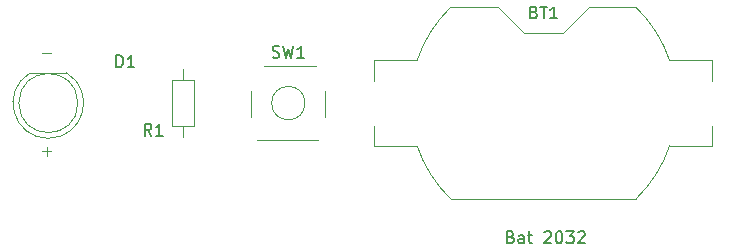
<source format=gto>
%TF.GenerationSoftware,KiCad,Pcbnew,8.0.8*%
%TF.CreationDate,2025-02-25T13:10:29+05:30*%
%TF.ProjectId,led_torch,6c65645f-746f-4726-9368-2e6b69636164,rev?*%
%TF.SameCoordinates,Original*%
%TF.FileFunction,Legend,Top*%
%TF.FilePolarity,Positive*%
%FSLAX46Y46*%
G04 Gerber Fmt 4.6, Leading zero omitted, Abs format (unit mm)*
G04 Created by KiCad (PCBNEW 8.0.8) date 2025-02-25 13:10:29*
%MOMM*%
%LPD*%
G01*
G04 APERTURE LIST*
%ADD10C,0.100000*%
%ADD11C,0.150000*%
%ADD12C,0.120000*%
G04 APERTURE END LIST*
D10*
X113803884Y-141191466D02*
X114565789Y-141191466D01*
X114184836Y-141572419D02*
X114184836Y-140810514D01*
X113803884Y-132891466D02*
X114565789Y-132891466D01*
D11*
X133286667Y-133203700D02*
X133429524Y-133251319D01*
X133429524Y-133251319D02*
X133667619Y-133251319D01*
X133667619Y-133251319D02*
X133762857Y-133203700D01*
X133762857Y-133203700D02*
X133810476Y-133156080D01*
X133810476Y-133156080D02*
X133858095Y-133060842D01*
X133858095Y-133060842D02*
X133858095Y-132965604D01*
X133858095Y-132965604D02*
X133810476Y-132870366D01*
X133810476Y-132870366D02*
X133762857Y-132822747D01*
X133762857Y-132822747D02*
X133667619Y-132775128D01*
X133667619Y-132775128D02*
X133477143Y-132727509D01*
X133477143Y-132727509D02*
X133381905Y-132679890D01*
X133381905Y-132679890D02*
X133334286Y-132632271D01*
X133334286Y-132632271D02*
X133286667Y-132537033D01*
X133286667Y-132537033D02*
X133286667Y-132441795D01*
X133286667Y-132441795D02*
X133334286Y-132346557D01*
X133334286Y-132346557D02*
X133381905Y-132298938D01*
X133381905Y-132298938D02*
X133477143Y-132251319D01*
X133477143Y-132251319D02*
X133715238Y-132251319D01*
X133715238Y-132251319D02*
X133858095Y-132298938D01*
X134191429Y-132251319D02*
X134429524Y-133251319D01*
X134429524Y-133251319D02*
X134620000Y-132537033D01*
X134620000Y-132537033D02*
X134810476Y-133251319D01*
X134810476Y-133251319D02*
X135048572Y-132251319D01*
X135953333Y-133251319D02*
X135381905Y-133251319D01*
X135667619Y-133251319D02*
X135667619Y-132251319D01*
X135667619Y-132251319D02*
X135572381Y-132394176D01*
X135572381Y-132394176D02*
X135477143Y-132489414D01*
X135477143Y-132489414D02*
X135381905Y-132537033D01*
X123033333Y-139854819D02*
X122700000Y-139378628D01*
X122461905Y-139854819D02*
X122461905Y-138854819D01*
X122461905Y-138854819D02*
X122842857Y-138854819D01*
X122842857Y-138854819D02*
X122938095Y-138902438D01*
X122938095Y-138902438D02*
X122985714Y-138950057D01*
X122985714Y-138950057D02*
X123033333Y-139045295D01*
X123033333Y-139045295D02*
X123033333Y-139188152D01*
X123033333Y-139188152D02*
X122985714Y-139283390D01*
X122985714Y-139283390D02*
X122938095Y-139331009D01*
X122938095Y-139331009D02*
X122842857Y-139378628D01*
X122842857Y-139378628D02*
X122461905Y-139378628D01*
X123985714Y-139854819D02*
X123414286Y-139854819D01*
X123700000Y-139854819D02*
X123700000Y-138854819D01*
X123700000Y-138854819D02*
X123604762Y-138997676D01*
X123604762Y-138997676D02*
X123509524Y-139092914D01*
X123509524Y-139092914D02*
X123414286Y-139140533D01*
X120061905Y-134054819D02*
X120061905Y-133054819D01*
X120061905Y-133054819D02*
X120300000Y-133054819D01*
X120300000Y-133054819D02*
X120442857Y-133102438D01*
X120442857Y-133102438D02*
X120538095Y-133197676D01*
X120538095Y-133197676D02*
X120585714Y-133292914D01*
X120585714Y-133292914D02*
X120633333Y-133483390D01*
X120633333Y-133483390D02*
X120633333Y-133626247D01*
X120633333Y-133626247D02*
X120585714Y-133816723D01*
X120585714Y-133816723D02*
X120538095Y-133911961D01*
X120538095Y-133911961D02*
X120442857Y-134007200D01*
X120442857Y-134007200D02*
X120300000Y-134054819D01*
X120300000Y-134054819D02*
X120061905Y-134054819D01*
X121585714Y-134054819D02*
X121014286Y-134054819D01*
X121300000Y-134054819D02*
X121300000Y-133054819D01*
X121300000Y-133054819D02*
X121204762Y-133197676D01*
X121204762Y-133197676D02*
X121109524Y-133292914D01*
X121109524Y-133292914D02*
X121014286Y-133340533D01*
X155424285Y-129407509D02*
X155567142Y-129455128D01*
X155567142Y-129455128D02*
X155614761Y-129502747D01*
X155614761Y-129502747D02*
X155662380Y-129597985D01*
X155662380Y-129597985D02*
X155662380Y-129740842D01*
X155662380Y-129740842D02*
X155614761Y-129836080D01*
X155614761Y-129836080D02*
X155567142Y-129883700D01*
X155567142Y-129883700D02*
X155471904Y-129931319D01*
X155471904Y-129931319D02*
X155090952Y-129931319D01*
X155090952Y-129931319D02*
X155090952Y-128931319D01*
X155090952Y-128931319D02*
X155424285Y-128931319D01*
X155424285Y-128931319D02*
X155519523Y-128978938D01*
X155519523Y-128978938D02*
X155567142Y-129026557D01*
X155567142Y-129026557D02*
X155614761Y-129121795D01*
X155614761Y-129121795D02*
X155614761Y-129217033D01*
X155614761Y-129217033D02*
X155567142Y-129312271D01*
X155567142Y-129312271D02*
X155519523Y-129359890D01*
X155519523Y-129359890D02*
X155424285Y-129407509D01*
X155424285Y-129407509D02*
X155090952Y-129407509D01*
X155948095Y-128931319D02*
X156519523Y-128931319D01*
X156233809Y-129931319D02*
X156233809Y-128931319D01*
X157376666Y-129931319D02*
X156805238Y-129931319D01*
X157090952Y-129931319D02*
X157090952Y-128931319D01*
X157090952Y-128931319D02*
X156995714Y-129074176D01*
X156995714Y-129074176D02*
X156900476Y-129169414D01*
X156900476Y-129169414D02*
X156805238Y-129217033D01*
X153447618Y-148431009D02*
X153590475Y-148478628D01*
X153590475Y-148478628D02*
X153638094Y-148526247D01*
X153638094Y-148526247D02*
X153685713Y-148621485D01*
X153685713Y-148621485D02*
X153685713Y-148764342D01*
X153685713Y-148764342D02*
X153638094Y-148859580D01*
X153638094Y-148859580D02*
X153590475Y-148907200D01*
X153590475Y-148907200D02*
X153495237Y-148954819D01*
X153495237Y-148954819D02*
X153114285Y-148954819D01*
X153114285Y-148954819D02*
X153114285Y-147954819D01*
X153114285Y-147954819D02*
X153447618Y-147954819D01*
X153447618Y-147954819D02*
X153542856Y-148002438D01*
X153542856Y-148002438D02*
X153590475Y-148050057D01*
X153590475Y-148050057D02*
X153638094Y-148145295D01*
X153638094Y-148145295D02*
X153638094Y-148240533D01*
X153638094Y-148240533D02*
X153590475Y-148335771D01*
X153590475Y-148335771D02*
X153542856Y-148383390D01*
X153542856Y-148383390D02*
X153447618Y-148431009D01*
X153447618Y-148431009D02*
X153114285Y-148431009D01*
X154542856Y-148954819D02*
X154542856Y-148431009D01*
X154542856Y-148431009D02*
X154495237Y-148335771D01*
X154495237Y-148335771D02*
X154399999Y-148288152D01*
X154399999Y-148288152D02*
X154209523Y-148288152D01*
X154209523Y-148288152D02*
X154114285Y-148335771D01*
X154542856Y-148907200D02*
X154447618Y-148954819D01*
X154447618Y-148954819D02*
X154209523Y-148954819D01*
X154209523Y-148954819D02*
X154114285Y-148907200D01*
X154114285Y-148907200D02*
X154066666Y-148811961D01*
X154066666Y-148811961D02*
X154066666Y-148716723D01*
X154066666Y-148716723D02*
X154114285Y-148621485D01*
X154114285Y-148621485D02*
X154209523Y-148573866D01*
X154209523Y-148573866D02*
X154447618Y-148573866D01*
X154447618Y-148573866D02*
X154542856Y-148526247D01*
X154876190Y-148288152D02*
X155257142Y-148288152D01*
X155019047Y-147954819D02*
X155019047Y-148811961D01*
X155019047Y-148811961D02*
X155066666Y-148907200D01*
X155066666Y-148907200D02*
X155161904Y-148954819D01*
X155161904Y-148954819D02*
X155257142Y-148954819D01*
X156304762Y-148050057D02*
X156352381Y-148002438D01*
X156352381Y-148002438D02*
X156447619Y-147954819D01*
X156447619Y-147954819D02*
X156685714Y-147954819D01*
X156685714Y-147954819D02*
X156780952Y-148002438D01*
X156780952Y-148002438D02*
X156828571Y-148050057D01*
X156828571Y-148050057D02*
X156876190Y-148145295D01*
X156876190Y-148145295D02*
X156876190Y-148240533D01*
X156876190Y-148240533D02*
X156828571Y-148383390D01*
X156828571Y-148383390D02*
X156257143Y-148954819D01*
X156257143Y-148954819D02*
X156876190Y-148954819D01*
X157495238Y-147954819D02*
X157590476Y-147954819D01*
X157590476Y-147954819D02*
X157685714Y-148002438D01*
X157685714Y-148002438D02*
X157733333Y-148050057D01*
X157733333Y-148050057D02*
X157780952Y-148145295D01*
X157780952Y-148145295D02*
X157828571Y-148335771D01*
X157828571Y-148335771D02*
X157828571Y-148573866D01*
X157828571Y-148573866D02*
X157780952Y-148764342D01*
X157780952Y-148764342D02*
X157733333Y-148859580D01*
X157733333Y-148859580D02*
X157685714Y-148907200D01*
X157685714Y-148907200D02*
X157590476Y-148954819D01*
X157590476Y-148954819D02*
X157495238Y-148954819D01*
X157495238Y-148954819D02*
X157400000Y-148907200D01*
X157400000Y-148907200D02*
X157352381Y-148859580D01*
X157352381Y-148859580D02*
X157304762Y-148764342D01*
X157304762Y-148764342D02*
X157257143Y-148573866D01*
X157257143Y-148573866D02*
X157257143Y-148335771D01*
X157257143Y-148335771D02*
X157304762Y-148145295D01*
X157304762Y-148145295D02*
X157352381Y-148050057D01*
X157352381Y-148050057D02*
X157400000Y-148002438D01*
X157400000Y-148002438D02*
X157495238Y-147954819D01*
X158161905Y-147954819D02*
X158780952Y-147954819D01*
X158780952Y-147954819D02*
X158447619Y-148335771D01*
X158447619Y-148335771D02*
X158590476Y-148335771D01*
X158590476Y-148335771D02*
X158685714Y-148383390D01*
X158685714Y-148383390D02*
X158733333Y-148431009D01*
X158733333Y-148431009D02*
X158780952Y-148526247D01*
X158780952Y-148526247D02*
X158780952Y-148764342D01*
X158780952Y-148764342D02*
X158733333Y-148859580D01*
X158733333Y-148859580D02*
X158685714Y-148907200D01*
X158685714Y-148907200D02*
X158590476Y-148954819D01*
X158590476Y-148954819D02*
X158304762Y-148954819D01*
X158304762Y-148954819D02*
X158209524Y-148907200D01*
X158209524Y-148907200D02*
X158161905Y-148859580D01*
X159161905Y-148050057D02*
X159209524Y-148002438D01*
X159209524Y-148002438D02*
X159304762Y-147954819D01*
X159304762Y-147954819D02*
X159542857Y-147954819D01*
X159542857Y-147954819D02*
X159638095Y-148002438D01*
X159638095Y-148002438D02*
X159685714Y-148050057D01*
X159685714Y-148050057D02*
X159733333Y-148145295D01*
X159733333Y-148145295D02*
X159733333Y-148240533D01*
X159733333Y-148240533D02*
X159685714Y-148383390D01*
X159685714Y-148383390D02*
X159114286Y-148954819D01*
X159114286Y-148954819D02*
X159733333Y-148954819D01*
D12*
%TO.C,SW1*%
X136034214Y-137096500D02*
G75*
G02*
X133205786Y-137096500I-1414214J0D01*
G01*
X133205786Y-137096500D02*
G75*
G02*
X136034214Y-137096500I1414214J0D01*
G01*
X137740000Y-136046500D02*
X137740000Y-138246500D01*
X132570000Y-133976500D02*
X136970000Y-133976500D01*
X131970000Y-140216500D02*
X137170000Y-140216500D01*
X131500000Y-138246500D02*
X131500000Y-136046500D01*
%TO.C,R1*%
X125730000Y-139966500D02*
X125730000Y-139016500D01*
X124810000Y-139016500D02*
X126650000Y-139016500D01*
X126650000Y-139016500D02*
X126650000Y-135176500D01*
X124810000Y-135176500D02*
X124810000Y-139016500D01*
X126650000Y-135176500D02*
X124810000Y-135176500D01*
X125730000Y-134226500D02*
X125730000Y-135176500D01*
%TO.C,D1*%
X116800000Y-137091500D02*
G75*
G02*
X111800000Y-137091500I-2500000J0D01*
G01*
X111800000Y-137091500D02*
G75*
G02*
X116800000Y-137091500I2500000J0D01*
G01*
X114299952Y-140081500D02*
G75*
G02*
X112755170Y-134531500I48J2990000D01*
G01*
X115844830Y-134531500D02*
G75*
G02*
X114300048Y-140081500I-1544830J-2560000D01*
G01*
X115845000Y-134531500D02*
X112755000Y-134531500D01*
%TO.C,BT1*%
X145518000Y-133486500D02*
G75*
G02*
X148364629Y-128984711I10692020J-3610012D01*
G01*
X148364629Y-145208289D02*
G75*
G02*
X145518000Y-140706500I7845371J8111789D01*
G01*
X164055371Y-128984711D02*
G75*
G02*
X166902000Y-133486500I-7845366J-8111785D01*
G01*
X166902000Y-140706500D02*
G75*
G02*
X164055372Y-145208290I-10692020J3610010D01*
G01*
X141900000Y-133486500D02*
X145518000Y-133486500D01*
X141900000Y-135196500D02*
X141900000Y-133486500D01*
X141900000Y-138996500D02*
X141900000Y-140706500D01*
X145518000Y-140706500D02*
X141900000Y-140706500D01*
X148362700Y-128986500D02*
X152350000Y-128986500D01*
X154550000Y-131186500D02*
X152350000Y-128986500D01*
X154550000Y-131186500D02*
X157870000Y-131186500D01*
X157870000Y-131186500D02*
X160070000Y-128986500D01*
X160070000Y-128986500D02*
X164057300Y-128986500D01*
X164057300Y-145206500D02*
X148362700Y-145206500D01*
X166902000Y-133486500D02*
X170520000Y-133486500D01*
X170520000Y-135196500D02*
X170520000Y-133486500D01*
X170520000Y-138996500D02*
X170520000Y-140706500D01*
X170520000Y-140706500D02*
X166902000Y-140706500D01*
%TD*%
M02*

</source>
